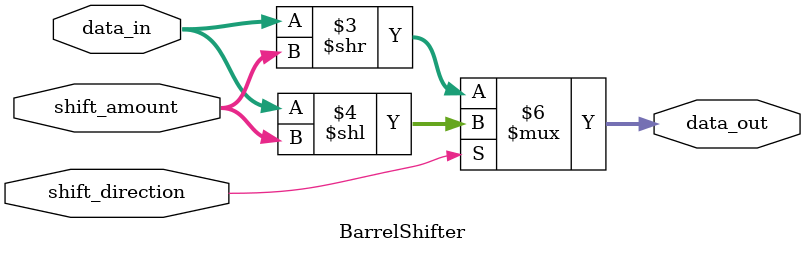
<source format=sv>
module BarrelShifter #(
	parameter WIDTH = 8
        ) (
	input logic [WIDTH-1:0] data_in,
        input logic [$clog2(WIDTH)-1:0] shift_amount,
        input logic shift_direction, // 0: right shift, 1: left shift
        output logic [WIDTH-1:0] data_out
	);


	// Barrel shifter logic
  	always_comb begin
		if (shift_direction == 1'b0) // Right shift
			data_out = (data_in >> shift_amount) ;
		else // Left shift
			data_out = (data_in << shift_amount) ;
	end


endmodule : BarrelShifter


</source>
